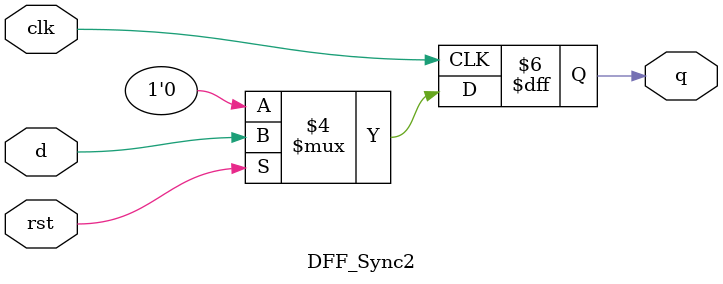
<source format=v>
`timescale 1ns / 1ps

module DFF_Sync1(
    input clk,rst,d,
    output reg q
    );
    
    always @(posedge clk)
    begin
        if (rst)
            q<=0;
        else
            q<=d;
    end
endmodule

module DFF_Sync2(
    input clk,rst,d,
    output reg q
    );
    
    always @(posedge clk)
    begin
        if (!rst)
            q<=0;
        else
            q<=d;
    end
endmodule

</source>
